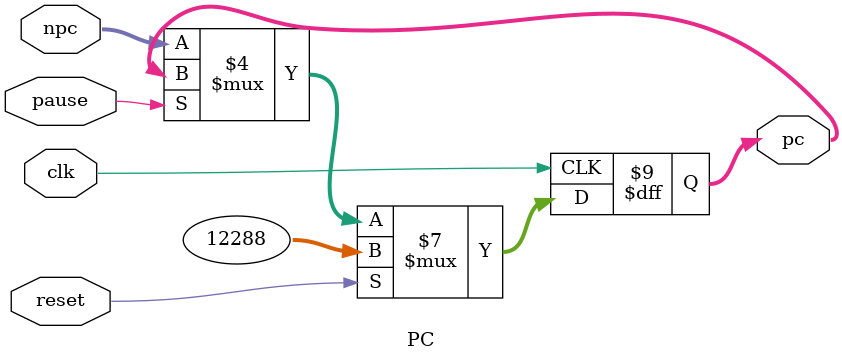
<source format=v>
`define PC_initial 32'h3000
module PC(
    input [31:0] npc,
    input reset, clk, pause,
    output reg [31:0] pc
);
    initial begin
        pc = `PC_initial;
    end

    always @(posedge clk) begin
        if (reset) begin
            pc <= `PC_initial;
        end
        else if(!pause) begin
            pc <= npc;
        end
    end

endmodule
</source>
